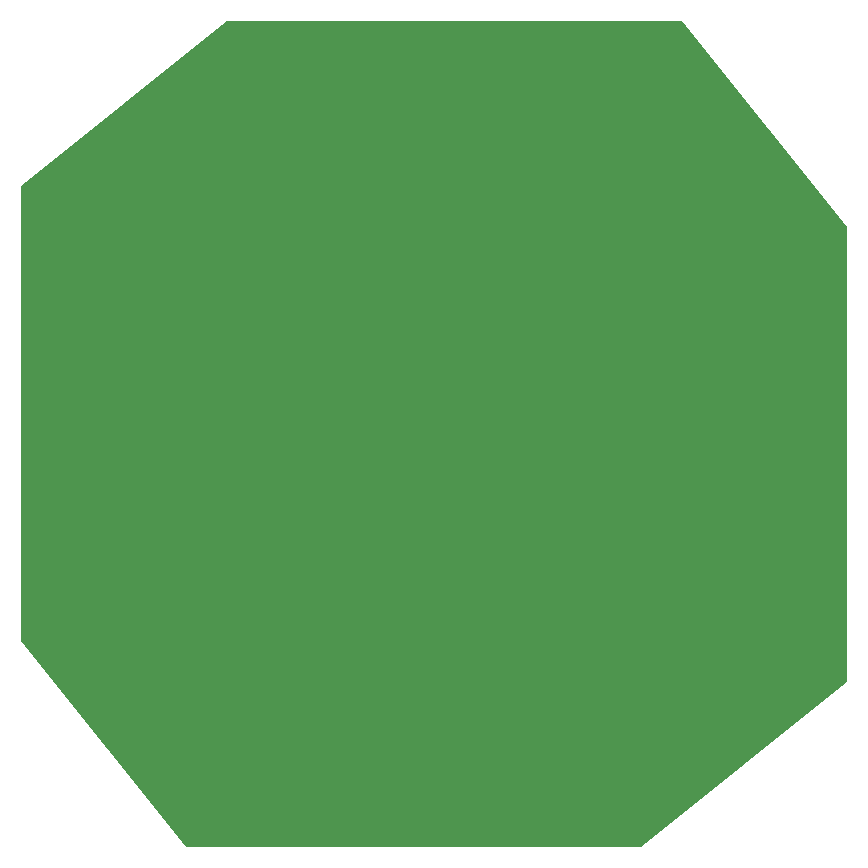
<source format=gbr>
G04 ===== Begin FILE IDENTIFICATION =====*
G04 File Format:  Gerber RS274X*
G04 ===== End FILE IDENTIFICATION =====*
%FSLAX24Y24*%
%MOMM*%
%SFA1.0000B1.0000*%
%OFA0.0B0.0*%
%ADD10C,0.000635*%
%LNOUTLINE*%
%IPPOS*%
%LPD*%
G75*
G36*
G01X-175000Y350000D02*
G01X-350000Y210000D01*
G01Y-175000D01*
G01X-210000Y-350000D01*
G01X175000D01*
G01X350000Y-210000D01*
G01Y175000D01*
G01X210000Y350000D01*
G01X-175000D01*
G37*
M02*


</source>
